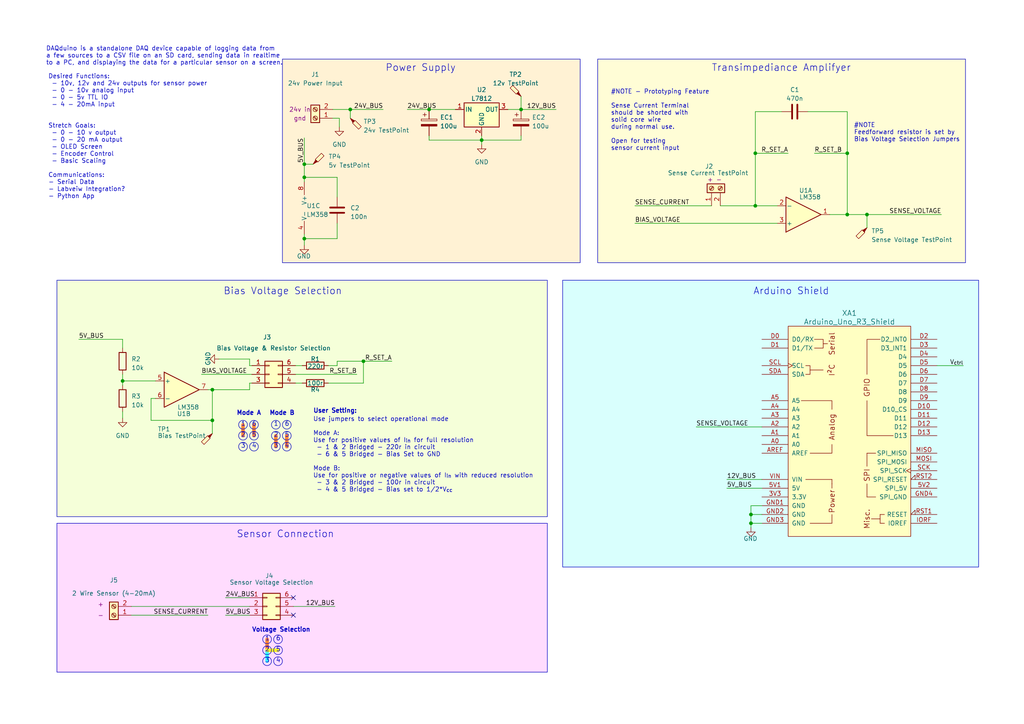
<source format=kicad_sch>
(kicad_sch (version 20230121) (generator eeschema)
  (paper "A4")
  (lib_symbols
    (symbol "000_Capacitor_Electrolytic_Immo:100u" (pin_numbers hide) (pin_names (offset 0.254))
      (property "Reference" "EC" (at 0.635 2.54 0))
      (property "Value" "100u" (at 0.635 -2.54 0))
      (symbol "100u_0_1"
        (rectangle (start -2.286 0.508) (end 2.286 1.016))
        (polyline (pts (xy -1.778 2.286) (xy -0.762 2.286)))
        (polyline (pts (xy -1.27 2.794) (xy -1.27 1.778)))
        (rectangle (start 2.286 -0.508) (end -2.286 -1.016) (fill (type outline)))
      )
      (symbol "100u_1_1"
        (pin passive line (at 0 3.81 270) (length 2.794) (name "~") (number "1"))
        (pin passive line (at 0 -3.81 90) (length 2.794) (name "~") (number "2"))
      )
    )
    (symbol "000_Capacitor_Film_Immo:100n" (pin_numbers hide) (pin_names (offset 0.254))
      (property "Reference" "C" (at 0.635 2.54 0))
      (property "Value" "100n" (at 0.635 -2.54 0))
      (symbol "100n_0_1"
        (polyline (pts (xy -2.032 -0.762) (xy 2.032 -0.762)) (stroke (width 0.508)))
        (polyline (pts (xy -2.032 0.762) (xy 2.032 0.762)) (stroke (width 0.508)))
      )
      (symbol "100n_1_1"
        (pin passive line (at 0 3.81 270) (length 2.794) (name "~") (number "1"))
        (pin passive line (at 0 -3.81 90) (length 2.794) (name "~") (number "2"))
      )
    )
    (symbol "000_Connectors_Immo:Screw_Terminal_01x02" (pin_names (offset 1.016) hide)
      (property "Reference" "J" (at 0 2.54 0))
      (property "Value" "Screw_Terminal_01x02" (at 0 -5.08 0))
      (property "PIN1" "PIN1" (at 3.556 0 0))
      (property "PIN2" "PIN2" (at 3.556 -2.794 0))
      (symbol "Screw_Terminal_01x02_1_1"
        (rectangle (start -1.27 1.27) (end 1.27 -3.81) (stroke (width 0.254)) (fill (type background)))
        (circle (center 0 -2.54) (radius 0.635) (stroke (width 0.1524)))
        (polyline (pts (xy -0.5334 -2.2098) (xy 0.3302 -3.048)) (stroke (width 0.1524)))
        (polyline (pts (xy -0.5334 0.3302) (xy 0.3302 -0.508)) (stroke (width 0.1524)))
        (polyline (pts (xy -0.3556 -2.032) (xy 0.508 -2.8702)) (stroke (width 0.1524)))
        (polyline (pts (xy -0.3556 0.508) (xy 0.508 -0.3302)) (stroke (width 0.1524)))
        (circle (center 0 0) (radius 0.635) (stroke (width 0.1524)))
        (pin passive line (at -5.08 0 0) (length 3.81) (name "Pin_1") (number "1"))
        (pin passive line (at -5.08 -2.54 0) (length 3.81) (name "Pin_2") (number "2"))
      )
    )
    (symbol "000_Resistors_Immo:10k" (pin_numbers hide) (pin_names (offset 0))
      (property "Reference" "R?" (at -2.54 3.81 0))
      (property "Value" "10k" (at -5.08 2.54 0))
      (symbol "10k_0_1"
        (rectangle (start 2.54 -1.016) (end -2.54 1.016) (stroke (width 0.254)))
      )
      (symbol "10k_1_1"
        (pin passive line (at -3.81 0 0) (length 1.27) (name "~") (number "1"))
        (pin passive line (at 3.81 0 180) (length 1.27) (name "~") (number "2"))
      )
    )
    (symbol "Amplifier_Operational:LM358" (pin_names (offset 0.127))
      (property "Reference" "U" (at 0 5.08 0))
      (property "Value" "LM358" (at 0 -5.08 0))
      (symbol "LM358_1_1"
        (polyline (pts (xy -5.08 5.08) (xy 5.08 0) (xy -5.08 -5.08) (xy -5.08 5.08)) (stroke (width 0.254)) (fill (type background)))
        (pin output line (at 7.62 0 180) (length 2.54) (name "~") (number "1"))
        (pin input line (at -7.62 -2.54 0) (length 2.54) (name "-") (number "2"))
        (pin input line (at -7.62 2.54 0) (length 2.54) (name "+") (number "3"))
      )
      (symbol "LM358_2_1"
        (polyline (pts (xy -5.08 5.08) (xy 5.08 0) (xy -5.08 -5.08) (xy -5.08 5.08)) (stroke (width 0.254)) (fill (type background)))
        (pin input line (at -7.62 2.54 0) (length 2.54) (name "+") (number "5"))
        (pin input line (at -7.62 -2.54 0) (length 2.54) (name "-") (number "6"))
        (pin output line (at 7.62 0 180) (length 2.54) (name "~") (number "7"))
      )
      (symbol "LM358_3_1"
        (pin power_in line (at -2.54 -7.62 90) (length 3.81) (name "V-") (number "4"))
        (pin power_in line (at -2.54 7.62 270) (length 3.81) (name "V+") (number "8"))
      )
    )
    (symbol "Connector:TestPoint_Probe" (pin_numbers hide) (pin_names (offset 0.762) hide)
      (property "Reference" "TP" (at 1.651 5.842 0))
      (property "Value" "TestPoint_Probe" (at 1.651 4.064 0))
      (symbol "TestPoint_Probe_0_1"
        (polyline (pts (xy 1.27 0.762) (xy 0 0) (xy 0.762 1.27) (xy 1.27 0.762)) (fill (type outline)))
        (polyline (pts (xy 1.397 0.635) (xy 0.635 1.397) (xy 2.413 3.175) (xy 3.175 2.413) (xy 1.397 0.635)) (fill (type background)))
      )
      (symbol "TestPoint_Probe_1_1"
        (pin passive line (at 0 0 90) (length 0) (name "1") (number "1"))
      )
    )
    (symbol "Connector_Generic:Conn_02x03_Counter_Clockwise" (pin_names (offset 1.016) hide)
      (property "Reference" "J" (at 1.27 5.08 0))
      (property "Value" "Conn_02x03_Counter_Clockwise" (at 1.27 -5.08 0))
      (symbol "Conn_02x03_Counter_Clockwise_1_1"
        (rectangle (start -1.27 -2.413) (end 0 -2.667) (stroke (width 0.1524)))
        (rectangle (start -1.27 0.127) (end 0 -0.127) (stroke (width 0.1524)))
        (rectangle (start -1.27 2.667) (end 0 2.413) (stroke (width 0.1524)))
        (rectangle (start -1.27 3.81) (end 3.81 -3.81) (stroke (width 0.254)) (fill (type background)))
        (rectangle (start 3.81 -2.413) (end 2.54 -2.667) (stroke (width 0.1524)))
        (rectangle (start 3.81 0.127) (end 2.54 -0.127) (stroke (width 0.1524)))
        (rectangle (start 3.81 2.667) (end 2.54 2.413) (stroke (width 0.1524)))
        (pin passive line (at -5.08 2.54 0) (length 3.81) (name "Pin_1") (number "1"))
        (pin passive line (at -5.08 0 0) (length 3.81) (name "Pin_2") (number "2"))
        (pin passive line (at -5.08 -2.54 0) (length 3.81) (name "Pin_3") (number "3"))
        (pin passive line (at 7.62 -2.54 180) (length 3.81) (name "Pin_4") (number "4"))
        (pin passive line (at 7.62 0 180) (length 3.81) (name "Pin_5") (number "5"))
        (pin passive line (at 7.62 2.54 180) (length 3.81) (name "Pin_6") (number "6"))
      )
    )
    (symbol "Device:C" (pin_numbers hide) (pin_names (offset 0.254))
      (property "Reference" "C" (at 0.635 2.54 0))
      (property "Value" "C" (at 0.635 -2.54 0))
      (symbol "C_0_1"
        (polyline (pts (xy -2.032 -0.762) (xy 2.032 -0.762)) (stroke (width 0.508)))
        (polyline (pts (xy -2.032 0.762) (xy 2.032 0.762)) (stroke (width 0.508)))
      )
      (symbol "C_1_1"
        (pin passive line (at 0 3.81 270) (length 2.794) (name "~") (number "1"))
        (pin passive line (at 0 -3.81 90) (length 2.794) (name "~") (number "2"))
      )
    )
    (symbol "Device:R" (pin_numbers hide) (pin_names (offset 0))
      (property "Reference" "R" (at 2.032 0 90))
      (property "Value" "R" (at 0 0 90))
      (symbol "R_0_1"
        (rectangle (start -1.016 -2.54) (end 1.016 2.54) (stroke (width 0.254)))
      )
      (symbol "R_1_1"
        (pin passive line (at 0 3.81 270) (length 1.27) (name "~") (number "1"))
        (pin passive line (at 0 -3.81 90) (length 1.27) (name "~") (number "2"))
      )
    )
    (symbol "PCM_arduino-library:Arduino_Uno_R3_Shield" (pin_names (offset 1.016))
      (property "Reference" "XA" (at 0 36.83 0))
      (property "Value" "Arduino_Uno_R3_Shield" (at 0 33.02 0))
      (symbol "Arduino_Uno_R3_Shield_0_0"
        (rectangle (start -17.78 30.48) (end 17.78 -30.48) (fill (type background)))
        (rectangle (start -12.7 -13.97) (end -5.08 -13.97))
        (rectangle (start -11.43 -26.67) (end -5.08 -26.67))
        (polyline (pts (xy -11.43 17.78) (xy -7.62 17.78)))
        (polyline (pts (xy -7.62 25.4) (xy -6.35 25.4)))
        (polyline (pts (xy -5.08 -26.67) (xy -5.08 -24.13)))
        (polyline (pts (xy -5.08 -15.24) (xy -5.08 -16.51)))
        (polyline (pts (xy -5.08 -13.97) (xy -5.08 -15.24)))
        (polyline (pts (xy -5.08 -3.81) (xy -5.08 -6.35) (xy -11.43 -6.35)))
        (polyline (pts (xy -5.08 6.35) (xy -5.08 8.89) (xy -13.97 8.89)))
        (polyline (pts (xy 5.08 8.89) (xy 5.08 -1.27) (xy 12.7 -1.27)))
        (polyline (pts (xy 5.08 16.51) (xy 5.08 26.67) (xy 8.89 26.67)))
        (polyline (pts (xy -12.7 19.05) (xy -11.43 19.05) (xy -11.43 16.51) (xy -12.7 16.51)))
        (polyline (pts (xy -10.16 26.67) (xy -7.62 26.67) (xy -7.62 24.13) (xy -10.16 24.13)))
        (rectangle (start 5.08 -19.05) (end 5.08 -15.24))
        (rectangle (start 5.08 -19.05) (end 7.62 -19.05))
        (rectangle (start 5.08 -10.16) (end 5.08 -6.35))
        (rectangle (start 7.62 -6.35) (end 5.08 -6.35))
        (rectangle (start 8.89 -25.4) (end 6.35 -25.4))
        (rectangle (start 8.89 -24.13) (end 8.89 -26.67))
        (rectangle (start 10.16 -26.67) (end 8.89 -26.67))
        (rectangle (start 10.16 -24.13) (end 8.89 -24.13))
        (text "Analog" (at -5.08 1.27 900) (effects (font (size 1.524 1.524))))
        (text "I²C" (at -5.08 17.78 900) (effects (font (size 1.524 1.524))))
        (text "Misc." (at 5.08 -25.4 900) (effects (font (size 1.524 1.524))))
        (text "Power" (at -5.08 -20.32 900) (effects (font (size 1.524 1.524))))
        (text "Serial" (at -5.08 25.4 900) (effects (font (size 1.524 1.524))))
        (text "SPI" (at 5.08 -12.7 900) (effects (font (size 1.524 1.524))))
      )
      (symbol "Arduino_Uno_R3_Shield_1_0"
        (text "GPIO" (at 5.08 12.7 900) (effects (font (size 1.524 1.524))))
      )
      (symbol "Arduino_Uno_R3_Shield_1_1"
        (pin power_out line (at -25.4 -19.05 0) (length 7.62) (name "3.3V") (number "3V3"))
        (pin power_in line (at -25.4 -16.51 0) (length 7.62) (name "5V") (number "5V1"))
        (pin power_in line (at 25.4 -16.51 180) (length 7.62) (name "SPI_5V") (number "5V2"))
        (pin bidirectional line (at -25.4 -3.81 0) (length 7.62) (name "A0") (number "A0"))
        (pin bidirectional line (at -25.4 -1.27 0) (length 7.62) (name "A1") (number "A1"))
        (pin bidirectional line (at -25.4 1.27 0) (length 7.62) (name "A2") (number "A2"))
        (pin bidirectional line (at -25.4 3.81 0) (length 7.62) (name "A3") (number "A3"))
        (pin bidirectional line (at -25.4 6.35 0) (length 7.62) (name "A4") (number "A4"))
        (pin bidirectional line (at -25.4 8.89 0) (length 7.62) (name "A5") (number "A5"))
        (pin input line (at -25.4 -6.35 0) (length 7.62) (name "AREF") (number "AREF"))
        (pin bidirectional line (at -25.4 26.67 0) (length 7.62) (name "D0/RX") (number "D0"))
        (pin bidirectional line (at -25.4 24.13 0) (length 7.62) (name "D1/TX") (number "D1"))
        (pin bidirectional line (at 25.4 6.35 180) (length 7.62) (name "D10_CS") (number "D10"))
        (pin bidirectional line (at 25.4 3.81 180) (length 7.62) (name "D11") (number "D11"))
        (pin bidirectional line (at 25.4 1.27 180) (length 7.62) (name "D12") (number "D12"))
        (pin bidirectional line (at 25.4 -1.27 180) (length 7.62) (name "D13") (number "D13"))
        (pin bidirectional line (at 25.4 26.67 180) (length 7.62) (name "D2_INT0") (number "D2"))
        (pin bidirectional line (at 25.4 24.13 180) (length 7.62) (name "D3_INT1") (number "D3"))
        (pin bidirectional line (at 25.4 21.59 180) (length 7.62) (name "D4") (number "D4"))
        (pin bidirectional line (at 25.4 19.05 180) (length 7.62) (name "D5") (number "D5"))
        (pin bidirectional line (at 25.4 16.51 180) (length 7.62) (name "D6") (number "D6"))
        (pin bidirectional line (at 25.4 13.97 180) (length 7.62) (name "D7") (number "D7"))
        (pin bidirectional line (at 25.4 11.43 180) (length 7.62) (name "D8") (number "D8"))
        (pin bidirectional line (at 25.4 8.89 180) (length 7.62) (name "D9") (number "D9"))
        (pin power_in line (at -25.4 -21.59 0) (length 7.62) (name "GND") (number "GND1"))
        (pin power_in line (at -25.4 -24.13 0) (length 7.62) (name "GND") (number "GND2"))
        (pin power_in line (at -25.4 -26.67 0) (length 7.62) (name "GND") (number "GND3"))
        (pin power_in line (at 25.4 -19.05 180) (length 7.62) (name "SPI_GND") (number "GND4"))
        (pin output line (at 25.4 -26.67 180) (length 7.62) (name "IOREF") (number "IORF"))
        (pin input line (at 25.4 -6.35 180) (length 7.62) (name "SPI_MISO") (number "MISO"))
        (pin output line (at 25.4 -8.89 180) (length 7.62) (name "SPI_MOSI") (number "MOSI"))
        (pin open_collector input_low (at 25.4 -24.13 180) (length 7.62) (name "RESET") (number "RST1"))
        (pin open_collector input_low (at 25.4 -13.97 180) (length 7.62) (name "SPI_RESET") (number "RST2"))
        (pin output clock (at 25.4 -11.43 180) (length 7.62) (name "SPI_SCK") (number "SCK"))
        (pin bidirectional clock (at -25.4 19.05 0) (length 7.62) (name "SCL") (number "SCL"))
        (pin bidirectional line (at -25.4 16.51 0) (length 7.62) (name "SDA") (number "SDA"))
        (pin power_in line (at -25.4 -13.97 0) (length 7.62) (name "VIN") (number "VIN"))
      )
    )
    (symbol "Regulator_Linear:L7812" (pin_names (offset 0.254))
      (property "Reference" "U" (at -3.81 3.175 0))
      (property "Value" "L7812" (at 0 3.175 0))
      (symbol "L7812_0_1"
        (rectangle (start -5.08 1.905) (end 5.08 -5.08) (stroke (width 0.254)) (fill (type background)))
      )
      (symbol "L7812_1_1"
        (pin power_in line (at -7.62 0 0) (length 2.54) (name "IN") (number "1"))
        (pin power_in line (at 0 -7.62 90) (length 2.54) (name "GND") (number "2"))
        (pin power_out line (at 7.62 0 180) (length 2.54) (name "OUT") (number "3"))
      )
    )
    (symbol "power:GND" (power) (pin_names (offset 0))
      (property "Value" "GND" (at 0 -3.81 0))
      (symbol "GND_0_1"
        (polyline (pts (xy 0 0) (xy 0 -1.27) (xy 1.27 -1.27) (xy 0 -2.54) (xy -1.27 -1.27) (xy 0 -1.27)))
      )
      (symbol "GND_1_1"
        (pin power_in line (at 0 0 270) (length 0) hide (name "GND") (number "1"))
      )
    )
  )
  (junction (at 124.46 31.75))
  (junction (at 151.13 31.75))
  (junction (at 101.6 31.75))
  (junction (at 105.41 104.775))
  (junction (at 251.46 62.23))
  (junction (at 217.805 149.225))
  (junction (at 245.745 62.23))
  (junction (at 219.075 44.45))
  (junction (at 219.075 59.69))
  (junction (at 88.265 51.435))
  (junction (at 35.56 110.49))
  (junction (at 217.805 151.765))
  (junction (at 61.595 121.92))
  (junction (at 88.265 69.215))
  (junction (at 88.265 47.625))
  (junction (at 139.7 40.64))
  (junction (at 61.595 113.03))
  (junction (at 245.745 44.45))
  (no_connect (at 85.09 173.355))
  (no_connect (at 85.09 178.435))
  (wire (pts (xy 118.11 31.75) (xy 124.46 31.75)))
  (wire (pts (xy 105.41 104.775) (xy 105.41 111.125)))
  (wire (pts (xy 97.79 57.15) (xy 97.79 51.435)))
  (wire (pts (xy 88.265 40.005) (xy 88.265 47.625)))
  (wire (pts (xy 97.79 51.435) (xy 88.265 51.435)))
  (polyline (pts (xy 70.485 123.19) (xy 70.485 126.365)) (stroke (width 1) (color 255 127 47 1)))
  (wire (pts (xy 220.98 123.825) (xy 201.93 123.825)))
  (wire (pts (xy 72.39 106.045) (xy 73.025 106.045)))
  (wire (pts (xy 219.075 32.385) (xy 226.695 32.385)))
  (wire (pts (xy 217.805 151.765) (xy 217.805 153.035)))
  (wire (pts (xy 88.265 67.945) (xy 88.265 69.215)))
  (wire (pts (xy 22.86 98.425) (xy 35.56 98.425)))
  (wire (pts (xy 38.1 175.895) (xy 72.39 175.895)))
  (wire (pts (xy 245.745 32.385) (xy 245.745 44.45)))
  (wire (pts (xy 217.805 149.225) (xy 220.98 149.225)))
  (wire (pts (xy 61.595 113.03) (xy 61.595 121.92)))
  (wire (pts (xy 97.155 175.895) (xy 85.09 175.895)))
  (wire (pts (xy 35.56 110.49) (xy 35.56 111.76)))
  (wire (pts (xy 113.665 104.775) (xy 105.41 104.775)))
  (wire (pts (xy 217.805 149.225) (xy 217.805 151.765)))
  (wire (pts (xy 35.56 121.285) (xy 35.56 119.38)))
  (wire (pts (xy 88.265 51.435) (xy 88.265 52.705)))
  (wire (pts (xy 208.915 59.69) (xy 219.075 59.69)))
  (wire (pts (xy 217.805 151.765) (xy 220.98 151.765)))
  (wire (pts (xy 87.63 111.125) (xy 85.725 111.125)))
  (wire (pts (xy 245.745 62.23) (xy 251.46 62.23)))
  (wire (pts (xy 184.15 59.69) (xy 206.375 59.69)))
  (wire (pts (xy 210.82 139.065) (xy 220.98 139.065)))
  (wire (pts (xy 139.7 39.37) (xy 139.7 40.64)))
  (wire (pts (xy 65.405 173.355) (xy 72.39 173.355)))
  (wire (pts (xy 60.325 113.03) (xy 61.595 113.03)))
  (polyline (pts (xy 80.01 126.365) (xy 80.01 129.54)) (stroke (width 1) (color 255 127 47 1)))
  (wire (pts (xy 240.665 62.23) (xy 245.745 62.23)))
  (wire (pts (xy 139.7 40.64) (xy 139.7 41.91)))
  (wire (pts (xy 217.805 146.685) (xy 220.98 146.685)))
  (wire (pts (xy 210.82 141.605) (xy 220.98 141.605)))
  (polyline (pts (xy 73.66 126.365) (xy 73.66 123.19)) (stroke (width 1) (color 255 127 47 1)))
  (wire (pts (xy 72.39 111.125) (xy 73.025 111.125)))
  (wire (pts (xy 124.46 40.64) (xy 139.7 40.64)))
  (wire (pts (xy 72.39 113.03) (xy 61.595 113.03)))
  (wire (pts (xy 90.805 47.625) (xy 88.265 47.625)))
  (wire (pts (xy 43.815 121.92) (xy 43.815 115.57)))
  (wire (pts (xy 35.56 110.49) (xy 45.085 110.49)))
  (wire (pts (xy 245.745 44.45) (xy 245.745 62.23)))
  (wire (pts (xy 219.075 32.385) (xy 219.075 44.45)))
  (wire (pts (xy 65.405 178.435) (xy 72.39 178.435)))
  (wire (pts (xy 43.815 115.57) (xy 45.085 115.57)))
  (wire (pts (xy 60.325 178.435) (xy 38.1 178.435)))
  (wire (pts (xy 151.13 40.64) (xy 139.7 40.64)))
  (wire (pts (xy 35.56 100.965) (xy 35.56 98.425)))
  (wire (pts (xy 72.39 111.125) (xy 72.39 113.03)))
  (wire (pts (xy 88.265 71.12) (xy 88.265 69.215)))
  (wire (pts (xy 97.79 106.045) (xy 95.25 106.045)))
  (wire (pts (xy 98.425 34.29) (xy 98.425 36.83)))
  (wire (pts (xy 43.815 121.92) (xy 61.595 121.92)))
  (polyline (pts (xy 83.185 129.54) (xy 83.185 126.365)) (stroke (width 1) (color 255 127 47 1)))
  (polyline (pts (xy 77.47 188.595) (xy 80.645 188.595)) (stroke (width 1) (color 255 244 32 1)))
  (wire (pts (xy 88.265 47.625) (xy 88.265 51.435)))
  (wire (pts (xy 63.5 104.14) (xy 72.39 104.14)))
  (wire (pts (xy 151.13 31.75) (xy 147.32 31.75)))
  (wire (pts (xy 95.25 111.125) (xy 105.41 111.125)))
  (wire (pts (xy 217.805 146.685) (xy 217.805 149.225)))
  (polyline (pts (xy 77.47 185.42) (xy 77.47 188.595)) (stroke (width 1) (color 255 127 47 1)))
  (wire (pts (xy 161.29 31.75) (xy 151.13 31.75)))
  (wire (pts (xy 72.39 104.14) (xy 72.39 106.045)))
  (wire (pts (xy 124.46 31.75) (xy 132.08 31.75)))
  (wire (pts (xy 219.075 44.45) (xy 219.075 59.69)))
  (wire (pts (xy 97.79 64.77) (xy 97.79 69.215)))
  (wire (pts (xy 124.46 39.37) (xy 124.46 40.64)))
  (wire (pts (xy 105.41 104.775) (xy 97.79 104.775)))
  (wire (pts (xy 97.79 104.775) (xy 97.79 106.045)))
  (wire (pts (xy 251.46 62.23) (xy 273.05 62.23)))
  (wire (pts (xy 271.78 106.045) (xy 279.4 106.045)))
  (wire (pts (xy 184.15 64.77) (xy 225.425 64.77)))
  (polyline (pts (xy 77.47 191.77) (xy 77.47 188.595)) (stroke (width 1) (color 48 253 255 1)))
  (wire (pts (xy 35.56 108.585) (xy 35.56 110.49)))
  (wire (pts (xy 151.13 39.37) (xy 151.13 40.64)))
  (wire (pts (xy 251.46 66.04) (xy 251.46 62.23)))
  (wire (pts (xy 98.425 34.29) (xy 96.52 34.29)))
  (wire (pts (xy 219.075 44.45) (xy 228.6 44.45)))
  (wire (pts (xy 85.725 106.045) (xy 87.63 106.045)))
  (wire (pts (xy 101.6 34.29) (xy 101.6 31.75)))
  (wire (pts (xy 101.6 31.75) (xy 96.52 31.75)))
  (wire (pts (xy 219.075 59.69) (xy 225.425 59.69)))
  (wire (pts (xy 151.13 27.94) (xy 151.13 31.75)))
  (wire (pts (xy 236.22 44.45) (xy 245.745 44.45)))
  (wire (pts (xy 111.125 31.75) (xy 101.6 31.75)))
  (wire (pts (xy 58.42 108.585) (xy 73.025 108.585)))
  (wire (pts (xy 97.79 69.215) (xy 88.265 69.215)))
  (wire (pts (xy 234.315 32.385) (xy 245.745 32.385)))
  (wire (pts (xy 61.595 125.73) (xy 61.595 121.92)))
  (wire (pts (xy 85.725 108.585) (xy 103.505 108.585)))
  (circle (center 73.66 129.54) (radius 1.27))
  (circle (center 77.47 188.595) (radius 1.27))
  (circle (center 73.66 126.365) (radius 1.27))
  (circle (center 80.01 123.19) (radius 1.27))
  (circle (center 83.185 123.19) (radius 1.27))
  (circle (center 70.485 123.19) (radius 1.27))
  (rectangle (start 16.51 151.765) (end 158.75 194.945) (fill (type color) (color 255 65 252 0.18)))
  (circle (center 77.47 185.42) (radius 1.27))
  (circle (center 80.645 188.595) (radius 1.27))
  (circle (center 70.485 129.54) (radius 1.27))
  (circle (center 80.645 185.42) (radius 1.27))
  (circle (center 80.01 129.54) (radius 1.27))
  (rectangle (start 173.355 17.145) (end 280.035 76.2) (fill (type color) (color 255 245 30 0.18)))
  (circle (center 70.485 126.365) (radius 1.27))
  (circle (center 73.66 123.19) (radius 1.27))
  (circle (center 83.185 129.54) (radius 1.27))
  (circle (center 83.185 126.365) (radius 1.27))
  (circle (center 80.645 191.77) (radius 1.27))
  (rectangle (start 16.51 81.28) (end 158.75 149.86) (fill (type color) (color 201 255 47 0.18)))
  (rectangle (start 81.915 17.145) (end 168.275 76.2) (fill (type color) (color 255 187 22 0.18)))
  (circle (center 77.47 191.77) (radius 1.27))
  (rectangle (start 163.195 81.28) (end 283.845 164.465) (fill (type color) (color 46 255 247 0.18)))
  (circle (center 80.01 126.365) (radius 1.27))
  (text "3" (at 69.85 130.175 0) (effects (font (size 1.27 1.27)) (justify left bottom)))
  (text "3" (at 79.375 130.175 0) (effects (font (size 1.27 1.27)) (justify left bottom)))
  (text "Transimpediance Amplifyer" (at 206.375 20.955 0) (effects (font (size 2 2)) (justify left bottom)))
  (text "5" (at 80.01 189.23 0) (effects (font (size 1.27 1.27)) (justify left bottom)))
  (text "Bias Voltage Selection" (at 64.77 85.725 0) (effects (font (size 2 2)) (justify left bottom)))
  (text "Desired Functions:\n - 10v, 12v and 24v outputs for sensor power\n - 0 - 10v analog input\n - 0 - 5v TTL IO\n - 4 - 20mA input\n\n\nStretch Goals:\n - 0 - 10 v output\n - 0 - 20 mA output\n - OLED Screen\n - Encoder Control\n - Basic Scaling\n\nCommunications:\n- Serial Data\n- Labveiw Integration?\n- Python App" (at 13.97 57.785 0) (effects (font (size 1.27 1.27)) (justify left bottom)))
  (text "1" (at 76.835 186.055 0) (effects (font (size 1.27 1.27)) (justify left bottom)))
  (text "2" (at 69.85 127 0) (effects (font (size 1.27 1.27)) (justify left bottom)))
  (text "Arduino Shield" (at 218.44 85.725 0) (effects (font (size 2 2)) (justify left bottom)))
  (text "Voltage Selection" (at 73.025 183.515 0) (effects (font (size 1.27 1.27) (thickness 0.254) bold) (justify left bottom)))
  (text "1" (at 79.375 123.825 0) (effects (font (size 1.27 1.27)) (justify left bottom)))
  (text "4" (at 80.01 192.405 0) (effects (font (size 1.27 1.27)) (justify left bottom)))
  (text "5" (at 73.025 127 0) (effects (font (size 1.27 1.27)) (justify left bottom)))
  (text "Sensor Connection" (at 68.58 156.21 0) (effects (font (size 2 2)) (justify left bottom)))
  (text "1" (at 69.85 123.825 0) (effects (font (size 1.27 1.27)) (justify left bottom)))
  (text "6" (at 73.025 123.825 0) (effects (font (size 1.27 1.27)) (justify left bottom)))
  (text "#NOTE - Prototyping Feature\n\nSense Current Terminal\nshould be shorted with \nsolid core wire\nduring normal use.\n\nOpen for testing\nsensor current input\n" (at 177.165 43.815 0) (effects (font (size 1.27 1.27)) (justify left bottom)))
  (text "Mode A" (at 68.58 120.65 0) (effects (font (size 1.27 1.27) (thickness 0.254) bold) (justify left bottom)))
  (text "Mode B" (at 78.105 120.65 0) (effects (font (size 1.27 1.27) (thickness 0.254) bold) (justify left bottom)))
  (text "3" (at 76.835 192.405 0) (effects (font (size 1.27 1.27)) (justify left bottom)))
  (text "4" (at 73.025 130.175 0) (effects (font (size 1.27 1.27)) (justify left bottom)))
  (text "5" (at 82.55 127 0) (effects (font (size 1.27 1.27)) (justify left bottom)))
  (text "6" (at 82.55 123.825 0) (effects (font (size 1.27 1.27)) (justify left bottom)))
  (text "User Setting:" (at 90.805 120.015 0) (effects (font (size 1.27 1.27) (thickness 0.254) bold) (justify left bottom)))
  (text "6" (at 80.01 186.055 0) (effects (font (size 1.27 1.27)) (justify left bottom)))
  (text "2" (at 79.375 127 0) (effects (font (size 1.27 1.27)) (justify left bottom)))
  (text "DAQduino is a standalone DAQ device capable of logging data from \na few sources to a CSV file on an SD card, sending data in realtime\nto a PC, and displaying the data for a particular sensor on a screen." (at 13.335 19.05 0) (effects (font (size 1.27 1.27)) (justify left bottom)))
  (text "Power Supply" (at 111.76 20.955 0) (effects (font (size 2 2)) (justify left bottom)))
  (text "#NOTE\nFeedforward resistor is set by\nBias Voltage Selection Jumpers\n" (at 247.65 41.275 0) (effects (font (size 1.27 1.27)) (justify left bottom)))
  (text "2" (at 76.835 189.23 0) (effects (font (size 1.27 1.27)) (justify left bottom)))
  (text "Use jumpers to select operational mode\n\nMode A:\nUse for positive values of I_{in} for full resolution\n - 1 & 2 Bridged - 220r in circuit\n - 6 & 5 Bridged - Bias Set to GND\n\nMode B:\nUse for positive or negative values of I_{in} with reduced resolution\n - 3 & 2 Bridged - 100r in circuit\n - 4 & 5 Bridged - Bias set to 1/2*V_{cc}" (at 90.805 142.875 0) (effects (font (size 1.27 1.27)) (justify left bottom)))
  (text "4" (at 82.55 130.175 0) (effects (font (size 1.27 1.27)) (justify left bottom)))
  (label "24V_BUS" (at 65.405 173.355 0))
  (label "R_SET_B" (at 236.22 44.45 0))
  (label "R_SET_A" (at 113.665 104.775 180))
  (label "R_SET_A" (at 228.6 44.45 180))
  (label "12V_BUS" (at 97.155 175.895 180))
  (label "V_{ctrl}" (at 279.4 106.045 180))
  (label "12V_BUS" (at 161.29 31.75 180))
  (label "SENSE_CURRENT" (at 60.325 178.435 180))
  (label "5V_BUS" (at 22.86 98.425 0))
  (label "SENSE_CURRENT" (at 184.15 59.69 0))
  (label "5V_BUS" (at 210.82 141.605 0))
  (label "SENSE_VOLTAGE" (at 201.93 123.825 0))
  (label "SENSE_VOLTAGE" (at 273.05 62.23 180))
  (label "BIAS_VOLTAGE" (at 184.15 64.77 0))
  (label "24V_BUS" (at 118.11 31.75 0))
  (label "5V_BUS" (at 88.265 40.005 270))
  (label "24V_BUS" (at 111.125 31.75 180))
  (label "R_SET_B" (at 103.505 108.585 180))
  (label "12V_BUS" (at 210.82 139.065 0))
  (label "BIAS_VOLTAGE" (at 58.42 108.585 0))
  (label "5V_BUS" (at 65.405 178.435 0))
  (symbol (lib_id "Connector:TestPoint_Probe") (at 251.46 66.04 180) (unit 1)
    (property "Reference" "TP5" (at 252.73 66.9925 0) (effects (justify right)))
    (property "Value" "Sense Voltage TestPoint" (at 252.73 69.5325 0) (effects (justify right)))
    (property "Footprint" "TestPoint:TestPoint_Bridge_Pitch2.54mm_Drill1.0mm" (effects hide))
  )
  (symbol (lib_id "power:GND") (at 63.5 104.14 270) (unit 1)
    (property "Reference" "#PWR04" (effects hide))
    (property "Value" "GND" (at 60.325 106.045 0) (effects (justify right)))
  )
  (symbol (lib_id "000_Connectors_Immo:Screw_Terminal_01x02") (at 206.375 54.61 90) (unit 1)
    (property "Reference" "J2" (at 204.47 48.26 90) (effects (justify right)))
    (property "Value" "Sense Current TestPoint" (at 193.675 50.165 90) (effects (justify right)))
    (property "Footprint" "000 Connectors Immo:TerminalBlock_Altech_AK300-2_P5.00mm" (effects hide))
    (property "PIN1" "+" (at 205.105 52.07 90) (effects (justify right)))
    (property "PIN2" "-" (at 207.645 52.07 90) (effects (justify right)))
  )
  (symbol (lib_id "power:GND") (at 139.7 41.91 0) (unit 1)
    (property "Reference" "#PWR02" (effects hide))
    (property "Value" "GND" (at 139.7 46.99 0))
  )
  (symbol (lib_id "Connector:TestPoint_Probe") (at 151.13 27.94 90) (unit 1)
    (property "Reference" "TP2" (at 149.5425 21.59 90))
    (property "Value" "12v TestPoint" (at 149.5425 24.13 90))
    (property "Footprint" "TestPoint:TestPoint_Bridge_Pitch2.54mm_Drill1.0mm" (effects hide))
  )
  (symbol (lib_id "Amplifier_Operational:LM358") (at 90.805 60.325 0) (unit 3)
    (property "Reference" "U1" (at 88.9 59.69 0) (effects (justify left)))
    (property "Value" "LM358" (at 88.9 62.23 0) (effects (justify left)))
    (property "Footprint" "Package_SO:SOIC-8_3.9x4.9mm_P1.27mm" (effects hide))
    (property "Datasheet" "http://www.ti.com/lit/ds/symlink/lm2904-n.pdf" (effects hide))
  )
  (symbol (lib_id "Connector:TestPoint_Probe") (at 101.6 34.29 270) (unit 1)
    (property "Reference" "TP3" (at 105.41 35.2425 90) (effects (justify left)))
    (property "Value" "24v TestPoint" (at 105.41 37.7825 90) (effects (justify left)))
    (property "Footprint" "TestPoint:TestPoint_Bridge_Pitch2.54mm_Drill1.0mm" (effects hide))
  )
  (symbol (lib_id "Amplifier_Operational:LM358") (at 233.045 62.23 0) (mirror x) (unit 1)
    (property "Reference" "U1" (at 233.68 55.245 0))
    (property "Value" "LM358" (at 234.95 57.15 0))
    (property "Footprint" "Package_SO:SOIC-8_3.9x4.9mm_P1.27mm" (effects hide))
    (property "Datasheet" "http://www.ti.com/lit/ds/symlink/lm2904-n.pdf" (effects hide))
  )
  (symbol (lib_id "Regulator_Linear:L7812") (at 139.7 31.75 0) (unit 1)
    (property "Reference" "U2" (at 139.7 26.035 0))
    (property "Value" "L7812" (at 139.7 28.575 0))
    (property "Footprint" "Package_TO_SOT_THT:TO-220-3_Vertical" (effects hide))
    (property "Datasheet" "http://www.st.com/content/ccc/resource/technical/document/datasheet/41/4f/b3/b0/12/d4/47/88/CD00000444.pdf/files/CD00000444.pdf/jcr:content/translations/en.CD00000444.pdf" (effects hide))
  )
  (symbol (lib_id "Connector:TestPoint_Probe") (at 61.595 125.73 180) (unit 1)
    (property "Reference" "TP1" (at 45.72 124.46 0) (effects (justify right)))
    (property "Value" "Bias TestPoint" (at 45.72 126.365 0) (effects (justify right)))
    (property "Footprint" "TestPoint:TestPoint_Bridge_Pitch2.54mm_Drill1.0mm" (effects hide))
  )
  (symbol (lib_id "Device:C") (at 230.505 32.385 90) (unit 1)
    (property "Reference" "C1" (at 230.505 26.035 90))
    (property "Value" "470n" (at 230.505 28.575 90))
  )
  (symbol (lib_id "Connector_Generic:Conn_02x03_Counter_Clockwise") (at 77.47 175.895 0) (unit 1)
    (property "Reference" "J4" (at 78.105 167.005 0))
    (property "Value" "Sensor Voltage Selection" (at 78.74 168.91 0))
  )
  (symbol (lib_id "000_Resistors_Immo:10k") (at 35.56 115.57 90) (unit 1)
    (property "Reference" "R3" (at 38.1 114.935 90) (effects (justify right)))
    (property "Value" "10k" (at 38.1 117.475 90) (effects (justify right)))
    (property "Footprint" "Resistor_SMD:R_0805_2012Metric_Pad1.20x1.40mm_HandSolder" (effects hide))
    (property "JLCpart" "C2930231" (effects hide))
    (property "Cost" "0.002" (effects hide))
  )
  (symbol (lib_id "PCM_arduino-library:Arduino_Uno_R3_Shield") (at 246.38 125.095 0) (unit 1)
    (property "Reference" "XA1" (at 246.38 90.805 0) (effects (font (size 1.524 1.524))))
    (property "Value" "Arduino_Uno_R3_Shield" (at 246.38 93.345 0) (effects (font (size 1.524 1.524))))
    (property "Footprint" "PCM_arduino-library:Arduino_Uno_R3_Shield" (effects hide))
    (property "Datasheet" "https://docs.arduino.cc/hardware/uno-rev3" (effects hide))
  )
  (symbol (lib_id "Device:R") (at 91.44 111.125 90) (unit 1)
    (property "Reference" "R4" (at 91.44 113.03 90))
    (property "Value" "100r" (at 91.44 111.125 90))
  )
  (symbol (lib_id "000_Connectors_Immo:Screw_Terminal_01x02") (at 91.44 34.29 180) (unit 1)
    (property "Reference" "J1" (at 91.44 21.59 0))
    (property "Value" "24v Power Input" (at 91.44 24.13 0))
    (property "Footprint" "TerminalBlock:TerminalBlock_Altech_AK300-2_P5.00mm" (effects hide))
    (property "PIN1" "gnd" (at 86.995 34.29 0))
    (property "PIN2" "24v in" (at 86.995 31.75 0))
  )
  (symbol (lib_id "Connector_Generic:Conn_02x03_Counter_Clockwise") (at 78.105 108.585 0) (unit 1)
    (property "Reference" "J3" (at 77.47 97.79 0))
    (property "Value" "Bias Voltage & Resistor Selection" (at 79.375 100.965 0))
  )
  (symbol (lib_id "power:GND") (at 35.56 121.285 0) (unit 1)
    (property "Reference" "#PWR03" (effects hide))
    (property "Value" "GND" (at 35.56 126.365 0))
  )
  (symbol (lib_id "000_Capacitor_Electrolytic_Immo:100u") (at 124.46 35.56 0) (unit 1)
    (property "Reference" "EC1" (at 127.635 34.036 0) (effects (justify left)))
    (property "Value" "100u" (at 127.635 36.576 0) (effects (justify left)))
    (property "Footprint" "Capacitor_SMD:CP_Elec_10x10" (effects hide))
  )
  (symbol (lib_id "000_Capacitor_Electrolytic_Immo:100u") (at 151.13 35.56 0) (unit 1)
    (property "Reference" "EC2" (at 154.305 34.036 0) (effects (justify left)))
    (property "Value" "100u" (at 154.305 36.576 0) (effects (justify left)))
    (property "Footprint" "Capacitor_SMD:CP_Elec_10x10" (effects hide))
  )
  (symbol (lib_id "000_Resistors_Immo:10k") (at 35.56 104.775 90) (unit 1)
    (property "Reference" "R2" (at 38.1 104.14 90) (effects (justify right)))
    (property "Value" "10k" (at 38.1 106.68 90) (effects (justify right)))
    (property "Footprint" "Resistor_SMD:R_0805_2012Metric_Pad1.20x1.40mm_HandSolder" (effects hide))
    (property "JLCpart" "C2930231" (effects hide))
    (property "Cost" "0.002" (effects hide))
  )
  (symbol (lib_id "power:GND") (at 98.425 36.83 0) (unit 1)
    (property "Reference" "#PWR01" (effects hide))
    (property "Value" "GND" (at 98.425 41.91 0))
  )
  (symbol (lib_id "000_Capacitor_Film_Immo:100n") (at 97.79 60.96 0) (unit 1)
    (property "Reference" "C2" (at 101.6 60.325 0) (effects (justify left)))
    (property "Value" "100n" (at 101.6 62.865 0) (effects (justify left)))
    (property "Footprint" "000_Capacitors_Immo:C_0805_2012_HandSolder_kawaii" (effects hide))
    (property "JLCpart" "C779975" (effects hide))
    (property "Cost" "0.02" (effects hide))
  )
  (symbol (lib_id "Connector:TestPoint_Probe") (at 90.805 47.625 0) (unit 1)
    (property "Reference" "TP4" (at 95.25 45.4025 0) (effects (justify left)))
    (property "Value" "5v TestPoint" (at 95.25 47.9425 0) (effects (justify left)))
    (property "Footprint" "TestPoint:TestPoint_Bridge_Pitch2.54mm_Drill1.0mm" (effects hide))
  )
  (symbol (lib_id "power:GND") (at 88.265 71.12 0) (unit 1)
    (property "Reference" "#PWR05" (effects hide))
    (property "Value" "GND" (at 90.17 74.295 0) (effects (justify right)))
  )
  (symbol (lib_id "Amplifier_Operational:LM358") (at 52.705 113.03 0) (unit 2)
    (property "Reference" "U1" (at 53.34 120.015 0))
    (property "Value" "LM358" (at 54.61 118.11 0))
    (property "Footprint" "Package_SO:SOIC-8_3.9x4.9mm_P1.27mm" (effects hide))
    (property "Datasheet" "http://www.ti.com/lit/ds/symlink/lm2904-n.pdf" (effects hide))
  )
  (symbol (lib_id "000_Connectors_Immo:Screw_Terminal_01x02") (at 33.02 178.435 180) (unit 1)
    (property "Reference" "J5" (at 33.02 168.275 0))
    (property "Value" "2 Wire Sensor (4-20mA)" (at 33.02 172.085 0))
    (property "Footprint" "000 Connectors Immo:TerminalBlock_Altech_AK300-2_P5.00mm" (effects hide))
    (property "PIN1" "-" (at 29.21 178.435 0))
    (property "PIN2" "+" (at 29.21 175.26 0))
  )
  (symbol (lib_id "Device:R") (at 91.44 106.045 90) (unit 1)
    (property "Reference" "R1" (at 91.44 104.14 90))
    (property "Value" "220r" (at 91.4876 106.2279 90))
  )
  (symbol (lib_id "power:GND") (at 217.805 153.035 0) (unit 1)
    (property "Reference" "#PWR06" (effects hide))
    (property "Value" "GND" (at 219.71 156.21 0) (effects (justify right)))
  )
)
</source>
